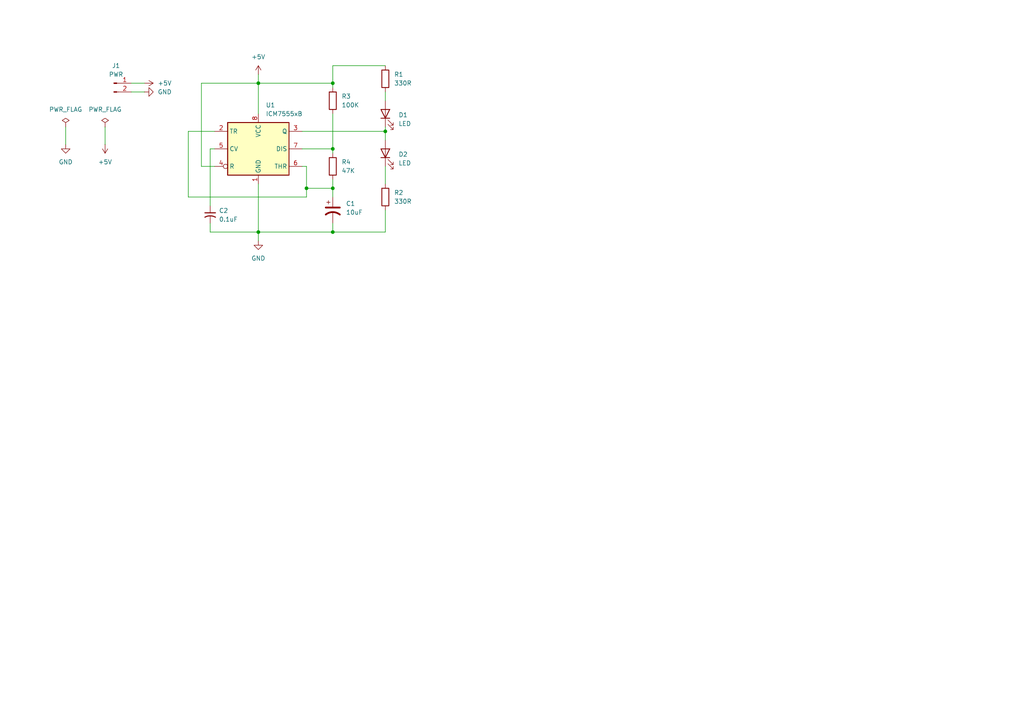
<source format=kicad_sch>
(kicad_sch (version 20250114) (generator "eeschema") (generator_version "9.0")
  (paper "A4")
  (title_block (title "Flip flop ") (date "2025-09-30") (rev "v1.0") (company "Mert Cubuk"))
  (lib_symbols
    (symbol "Connector:Conn_01x02_Pin" (pin_names (offset 1.016) (hide yes))
      (property "Reference" "J" (at 0 2.54 0))
      (property "Value" "Conn_01x02_Pin" (at 0 -5.08 0))
      (symbol "Conn_01x02_Pin_1_1"
        (rectangle (start 0.8636 0.127) (end 0 -0.127) (stroke (width 0.1524)) (fill (type outline)))
        (rectangle (start 0.8636 -2.413) (end 0 -2.667) (stroke (width 0.1524)) (fill (type outline)))
        (polyline (pts (xy 1.27 0) (xy 0.8636 0)) (stroke (width 0.1524)))
        (polyline (pts (xy 1.27 -2.54) (xy 0.8636 -2.54)) (stroke (width 0.1524)))
        (pin passive line (at 5.08 0 180) (length 3.81) (name "Pin_1") (number "1"))
        (pin passive line (at 5.08 -2.54 180) (length 3.81) (name "Pin_2") (number "2"))
      )
    )
    (symbol "Device:C_Polarized_US" (pin_numbers (hide yes)) (pin_names (offset 0.254) (hide yes))
      (property "Reference" "C" (at 0.635 2.54 0))
      (property "Value" "C_Polarized_US" (at 0.635 -2.54 0))
      (symbol "C_Polarized_US_0_1"
        (polyline (pts (xy -2.032 0.762) (xy 2.032 0.762)) (stroke (width 0.508)))
        (polyline (pts (xy -1.778 2.286) (xy -0.762 2.286)))
        (polyline (pts (xy -1.27 1.778) (xy -1.27 2.794)))
        (arc (start -2.032 -1.27) (mid 0 -0.5572) (end 2.032 -1.27) (stroke (width 0.508)))
      )
      (symbol "C_Polarized_US_1_1"
        (pin passive line (at 0 3.81 270) (length 2.794) (name "~") (number "1"))
        (pin passive line (at 0 -3.81 90) (length 3.302) (name "~") (number "2"))
      )
    )
    (symbol "Device:C_Small_US" (pin_numbers (hide yes)) (pin_names (offset 0.254) (hide yes))
      (property "Reference" "C" (at 0.254 1.778 0))
      (property "Value" "C_Small_US" (at 0.254 -2.032 0))
      (symbol "C_Small_US_0_1"
        (polyline (pts (xy -1.524 0.508) (xy 1.524 0.508)) (stroke (width 0.3048)))
        (arc (start -1.524 -0.762) (mid 0 -0.3734) (end 1.524 -0.762) (stroke (width 0.3048)))
      )
      (symbol "C_Small_US_1_1"
        (pin passive line (at 0 2.54 270) (length 2.032) (name "~") (number "1"))
        (pin passive line (at 0 -2.54 90) (length 2.032) (name "~") (number "2"))
      )
    )
    (symbol "Device:LED" (pin_numbers (hide yes)) (pin_names (offset 1.016) (hide yes))
      (property "Reference" "D" (at 0 2.54 0))
      (property "Value" "LED" (at 0 -2.54 0))
      (symbol "LED_0_1"
        (polyline (pts (xy -3.048 -0.762) (xy -4.572 -2.286) (xy -3.81 -2.286) (xy -4.572 -2.286) (xy -4.572 -1.524)))
        (polyline (pts (xy -1.778 -0.762) (xy -3.302 -2.286) (xy -2.54 -2.286) (xy -3.302 -2.286) (xy -3.302 -1.524)))
        (polyline (pts (xy -1.27 0) (xy 1.27 0)))
        (polyline (pts (xy -1.27 -1.27) (xy -1.27 1.27)) (stroke (width 0.254)))
        (polyline (pts (xy 1.27 -1.27) (xy 1.27 1.27) (xy -1.27 0) (xy 1.27 -1.27)) (stroke (width 0.254)))
      )
      (symbol "LED_1_1"
        (pin passive line (at -3.81 0 0) (length 2.54) (name "K") (number "1"))
        (pin passive line (at 3.81 0 180) (length 2.54) (name "A") (number "2"))
      )
    )
    (symbol "Device:R" (pin_numbers (hide yes)) (pin_names (offset 0))
      (property "Reference" "R" (at 2.032 0 90))
      (property "Value" "R" (at 0 0 90))
      (symbol "R_0_1"
        (rectangle (start -1.016 -2.54) (end 1.016 2.54) (stroke (width 0.254)))
      )
      (symbol "R_1_1"
        (pin passive line (at 0 3.81 270) (length 1.27) (name "~") (number "1"))
        (pin passive line (at 0 -3.81 90) (length 1.27) (name "~") (number "2"))
      )
    )
    (symbol "Timer:ICM7555xB"
      (property "Reference" "U" (at -10.16 8.89 0))
      (property "Value" "ICM7555xB" (at 2.54 8.89 0))
      (symbol "ICM7555xB_0_0"
        (pin power_in line (at 0 10.16 270) (length 2.54) (name "VCC") (number "8"))
        (pin power_in line (at 0 -10.16 90) (length 2.54) (name "GND") (number "1"))
      )
      (symbol "ICM7555xB_0_1"
        (rectangle (start -8.89 -7.62) (end 8.89 7.62) (stroke (width 0.254)) (fill (type background)))
        (rectangle (start -8.89 -7.62) (end 8.89 7.62) (stroke (width 0.254)) (fill (type background)))
      )
      (symbol "ICM7555xB_1_1"
        (pin input line (at -12.7 5.08 0) (length 3.81) (name "TR") (number "2"))
        (pin input line (at -12.7 0 0) (length 3.81) (name "CV") (number "5"))
        (pin input inverted (at -12.7 -5.08 0) (length 3.81) (name "R") (number "4"))
        (pin output line (at 12.7 5.08 180) (length 3.81) (name "Q") (number "3"))
        (pin input line (at 12.7 0 180) (length 3.81) (name "DIS") (number "7"))
        (pin input line (at 12.7 -5.08 180) (length 3.81) (name "THR") (number "6"))
      )
    )
    (symbol "power:+5V" (power) (pin_numbers (hide yes)) (pin_names (offset 0) (hide yes))
      (property "Value" "+5V" (at 0 3.556 0))
      (symbol "+5V_0_1"
        (polyline (pts (xy -0.762 1.27) (xy 0 2.54)))
        (polyline (pts (xy 0 2.54) (xy 0.762 1.27)))
        (polyline (pts (xy 0 0) (xy 0 2.54)))
      )
      (symbol "+5V_1_1"
        (pin power_in line (at 0 0 90) (length 0) (name "~") (number "1"))
      )
    )
    (symbol "power:GND" (power) (pin_numbers (hide yes)) (pin_names (offset 0) (hide yes))
      (property "Value" "GND" (at 0 -3.81 0))
      (symbol "GND_0_1"
        (polyline (pts (xy 0 0) (xy 0 -1.27) (xy 1.27 -1.27) (xy 0 -2.54) (xy -1.27 -1.27) (xy 0 -1.27)))
      )
      (symbol "GND_1_1"
        (pin power_in line (at 0 0 270) (length 0) (name "~") (number "1"))
      )
    )
    (symbol "power:PWR_FLAG" (power) (pin_numbers (hide yes)) (pin_names (offset 0) (hide yes))
      (property "Value" "PWR_FLAG" (at 0 3.81 0))
      (symbol "PWR_FLAG_0_0"
        (pin power_out line (at 0 0 90) (length 0) (name "~") (number "1"))
      )
      (symbol "PWR_FLAG_0_1"
        (polyline (pts (xy 0 0) (xy 0 1.27) (xy -1.016 1.905) (xy 0 2.54) (xy 1.016 1.905) (xy 0 1.27)))
      )
    )
  )
  (junction (at 96.52 43.18))
  (junction (at 96.52 24.13))
  (junction (at 74.93 67.31))
  (junction (at 74.93 24.13))
  (junction (at 111.76 38.1))
  (junction (at 96.52 54.61))
  (junction (at 88.9 54.61))
  (junction (at 96.52 67.31))
  (wire (pts (xy 96.52 54.61) (xy 96.52 57.15)))
  (wire (pts (xy 74.93 53.34) (xy 74.93 67.31)))
  (wire (pts (xy 19.05 36.83) (xy 19.05 41.91)))
  (wire (pts (xy 60.96 67.31) (xy 74.93 67.31)))
  (wire (pts (xy 111.76 26.67) (xy 111.76 29.21)))
  (wire (pts (xy 96.52 24.13) (xy 96.52 25.4)))
  (wire (pts (xy 88.9 54.61) (xy 88.9 57.15)))
  (wire (pts (xy 54.61 38.1) (xy 62.23 38.1)))
  (wire (pts (xy 62.23 43.18) (xy 60.96 43.18)))
  (wire (pts (xy 58.42 24.13) (xy 74.93 24.13)))
  (wire (pts (xy 87.63 43.18) (xy 96.52 43.18)))
  (wire (pts (xy 88.9 57.15) (xy 54.61 57.15)))
  (wire (pts (xy 111.76 60.96) (xy 111.76 67.31)))
  (wire (pts (xy 96.52 67.31) (xy 74.93 67.31)))
  (wire (pts (xy 74.93 24.13) (xy 96.52 24.13)))
  (wire (pts (xy 96.52 33.02) (xy 96.52 43.18)))
  (wire (pts (xy 87.63 38.1) (xy 111.76 38.1)))
  (wire (pts (xy 87.63 48.26) (xy 88.9 48.26)))
  (wire (pts (xy 60.96 64.77) (xy 60.96 67.31)))
  (wire (pts (xy 111.76 36.83) (xy 111.76 38.1)))
  (wire (pts (xy 111.76 19.05) (xy 96.52 19.05)))
  (wire (pts (xy 74.93 24.13) (xy 74.93 33.02)))
  (wire (pts (xy 96.52 43.18) (xy 96.52 44.45)))
  (wire (pts (xy 62.23 48.26) (xy 58.42 48.26)))
  (wire (pts (xy 41.91 26.67) (xy 38.1 26.67)))
  (wire (pts (xy 60.96 43.18) (xy 60.96 59.69)))
  (wire (pts (xy 58.42 48.26) (xy 58.42 24.13)))
  (wire (pts (xy 111.76 48.26) (xy 111.76 53.34)))
  (wire (pts (xy 74.93 21.59) (xy 74.93 24.13)))
  (wire (pts (xy 96.52 64.77) (xy 96.52 67.31)))
  (wire (pts (xy 111.76 38.1) (xy 111.76 40.64)))
  (wire (pts (xy 96.52 19.05) (xy 96.52 24.13)))
  (wire (pts (xy 74.93 67.31) (xy 74.93 69.85)))
  (wire (pts (xy 88.9 48.26) (xy 88.9 54.61)))
  (wire (pts (xy 96.52 52.07) (xy 96.52 54.61)))
  (wire (pts (xy 111.76 67.31) (xy 96.52 67.31)))
  (wire (pts (xy 54.61 57.15) (xy 54.61 38.1)))
  (wire (pts (xy 41.91 24.13) (xy 38.1 24.13)))
  (wire (pts (xy 88.9 54.61) (xy 96.52 54.61)))
  (wire (pts (xy 30.48 36.83) (xy 30.48 41.91)))
  (symbol (lib_id "Device:LED") (at 111.76 33.02 90) (unit 1)
    (property "Reference" "D1" (at 115.57 33.3374 90) (effects (justify right)))
    (property "Value" "LED" (at 115.57 35.8774 90) (effects (justify right)))
    (property "Footprint" "LED_SMD:LED_0805_2012Metric" (effects (hide yes)))
    (property "Description" "Light emitting diode" (effects (hide yes)))
    (property "Sim.Pins" "1=K 2=A" (effects (hide yes)))
  )
  (symbol (lib_id "power:PWR_FLAG") (at 30.48 36.83 0) (unit 1)
    (property "Reference" "#FLG02" (effects (hide yes)))
    (property "Value" "PWR_FLAG" (at 30.48 31.75 0))
    (property "Description" "Special symbol for telling ERC where power comes from" (effects (hide yes)))
  )
  (symbol (lib_id "Device:R") (at 111.76 22.86 0) (unit 1)
    (property "Reference" "R1" (at 114.3 21.5899 0) (effects (justify left)))
    (property "Value" "330R" (at 114.3 24.1299 0) (effects (justify left)))
    (property "Footprint" "Resistor_SMD:R_0603_1608Metric" (effects (hide yes)))
    (property "Description" "Resistor" (effects (hide yes)))
  )
  (symbol (lib_id "power:+5V") (at 30.48 41.91 180) (unit 1)
    (property "Reference" "#PWR06" (effects (hide yes)))
    (property "Value" "+5V" (at 30.48 46.99 0))
    (property "Description" "Power symbol creates a global label with name \"+5V\"" (effects (hide yes)))
  )
  (symbol (lib_id "power:+5V") (at 41.91 24.13 270) (unit 1)
    (property "Reference" "#PWR03" (effects (hide yes)))
    (property "Value" "+5V" (at 45.72 24.1299 90) (effects (justify left)))
    (property "Description" "Power symbol creates a global label with name \"+5V\"" (effects (hide yes)))
  )
  (symbol (lib_id "power:GND") (at 74.93 69.85 0) (unit 1)
    (property "Reference" "#PWR02" (effects (hide yes)))
    (property "Value" "GND" (at 74.93 74.93 0))
    (property "Description" "Power symbol creates a global label with name \"GND\" , ground" (effects (hide yes)))
  )
  (symbol (lib_id "Device:C_Polarized_US") (at 96.52 60.96 0) (unit 1)
    (property "Reference" "C1" (at 100.33 59.0549 0) (effects (justify left)))
    (property "Value" "10uF" (at 100.33 61.5949 0) (effects (justify left)))
    (property "Footprint" "Capacitor_SMD:CP_Elec_3x5.4" (effects (hide yes)))
    (property "Description" "Polarized capacitor, US symbol" (effects (hide yes)))
  )
  (symbol (lib_id "Timer:ICM7555xB") (at 74.93 43.18 0) (unit 1)
    (property "Reference" "U1" (at 77.0733 30.48 0) (effects (justify left)))
    (property "Value" "ICM7555xB" (at 77.0733 33.02 0) (effects (justify left)))
    (property "Footprint" "Package_SO:SOIC-8_3.9x4.9mm_P1.27mm" (effects (hide yes)))
    (property "Datasheet" "http://www.intersil.com/content/dam/Intersil/documents/icm7/icm7555-56.pdf" (effects (hide yes)))
    (property "Description" "CMOS General Purpose Timer, 555 compatible, SOIC-8" (effects (hide yes)))
  )
  (symbol (lib_id "power:GND") (at 41.91 26.67 90) (unit 1)
    (property "Reference" "#PWR04" (effects (hide yes)))
    (property "Value" "GND" (at 45.72 26.6699 90) (effects (justify right)))
    (property "Description" "Power symbol creates a global label with name \"GND\" , ground" (effects (hide yes)))
  )
  (symbol (lib_id "Device:R") (at 96.52 48.26 0) (unit 1)
    (property "Reference" "R4" (at 99.06 46.9899 0) (effects (justify left)))
    (property "Value" "47K" (at 99.06 49.5299 0) (effects (justify left)))
    (property "Footprint" "Resistor_SMD:R_0603_1608Metric" (effects (hide yes)))
    (property "Description" "Resistor" (effects (hide yes)))
  )
  (symbol (lib_id "power:GND") (at 19.05 41.91 0) (unit 1)
    (property "Reference" "#PWR05" (effects (hide yes)))
    (property "Value" "GND" (at 19.05 46.99 0))
    (property "Description" "Power symbol creates a global label with name \"GND\" , ground" (effects (hide yes)))
  )
  (symbol (lib_id "Device:LED") (at 111.76 44.45 90) (unit 1)
    (property "Reference" "D2" (at 115.57 44.7674 90) (effects (justify right)))
    (property "Value" "LED" (at 115.57 47.3074 90) (effects (justify right)))
    (property "Footprint" "LED_SMD:LED_0805_2012Metric" (effects (hide yes)))
    (property "Description" "Light emitting diode" (effects (hide yes)))
    (property "Sim.Pins" "1=K 2=A" (effects (hide yes)))
  )
  (symbol (lib_id "power:PWR_FLAG") (at 19.05 36.83 0) (unit 1)
    (property "Reference" "#FLG01" (effects (hide yes)))
    (property "Value" "PWR_FLAG" (at 19.05 31.75 0))
    (property "Description" "Special symbol for telling ERC where power comes from" (effects (hide yes)))
  )
  (symbol (lib_id "Device:R") (at 96.52 29.21 0) (unit 1)
    (property "Reference" "R3" (at 99.06 27.9399 0) (effects (justify left)))
    (property "Value" "100K" (at 99.06 30.4799 0) (effects (justify left)))
    (property "Footprint" "Resistor_SMD:R_0603_1608Metric" (effects (hide yes)))
    (property "Description" "Resistor" (effects (hide yes)))
  )
  (symbol (lib_id "Connector:Conn_01x02_Pin") (at 33.02 24.13 0) (unit 1)
    (property "Reference" "J1" (at 33.655 19.05 0))
    (property "Value" "PWR" (at 33.655 21.59 0))
    (property "Footprint" "Connector_Molex:Molex_KK-254_AE-6410-02A_1x02_P2.54mm_Vertical" (effects (hide yes)))
    (property "Description" "Generic connector, single row, 01x02, script generated" (effects (hide yes)))
  )
  (symbol (lib_id "Device:R") (at 111.76 57.15 0) (unit 1)
    (property "Reference" "R2" (at 114.3 55.8799 0) (effects (justify left)))
    (property "Value" "330R" (at 114.3 58.4199 0) (effects (justify left)))
    (property "Footprint" "Resistor_SMD:R_0603_1608Metric" (effects (hide yes)))
    (property "Description" "Resistor" (effects (hide yes)))
  )
  (symbol (lib_id "power:+5V") (at 74.93 21.59 0) (unit 1)
    (property "Reference" "#PWR01" (effects (hide yes)))
    (property "Value" "+5V" (at 74.93 16.51 0))
    (property "Description" "Power symbol creates a global label with name \"+5V\"" (effects (hide yes)))
  )
  (symbol (lib_id "Device:C_Small_US") (at 60.96 62.23 0) (unit 1)
    (property "Reference" "C2" (at 63.5 61.0869 0) (effects (justify left)))
    (property "Value" "0.1uF" (at 63.5 63.6269 0) (effects (justify left)))
    (property "Footprint" "Capacitor_SMD:C_0603_1608Metric" (effects (hide yes)))
    (property "Description" "capacitor, small US symbol" (effects (hide yes)))
  )
)
</source>
